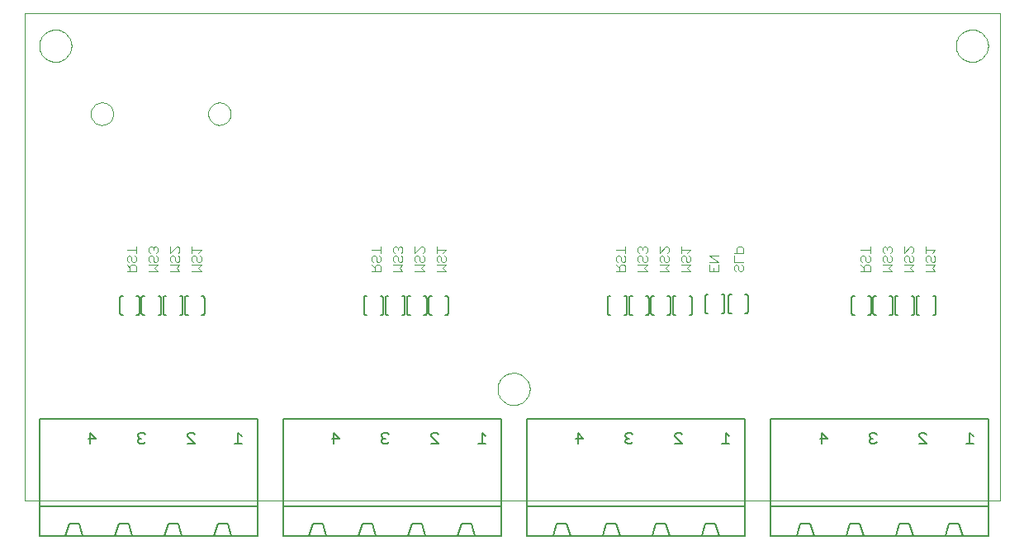
<source format=gbo>
G75*
G70*
%OFA0B0*%
%FSLAX24Y24*%
%IPPOS*%
%LPD*%
%AMOC8*
5,1,8,0,0,1.08239X$1,22.5*
%
%ADD10C,0.0000*%
%ADD11C,0.0030*%
%ADD12C,0.0080*%
%ADD13C,0.0060*%
%ADD14C,0.0050*%
D10*
X002640Y008640D02*
X002640Y028325D01*
X042010Y028325D01*
X042010Y008640D01*
X002640Y008640D01*
X021740Y013140D02*
X021742Y013190D01*
X021748Y013240D01*
X021758Y013290D01*
X021771Y013338D01*
X021788Y013386D01*
X021809Y013432D01*
X021833Y013476D01*
X021861Y013518D01*
X021892Y013558D01*
X021926Y013595D01*
X021963Y013630D01*
X022002Y013661D01*
X022043Y013690D01*
X022087Y013715D01*
X022133Y013737D01*
X022180Y013755D01*
X022228Y013769D01*
X022277Y013780D01*
X022327Y013787D01*
X022377Y013790D01*
X022428Y013789D01*
X022478Y013784D01*
X022528Y013775D01*
X022576Y013763D01*
X022624Y013746D01*
X022670Y013726D01*
X022715Y013703D01*
X022758Y013676D01*
X022798Y013646D01*
X022836Y013613D01*
X022871Y013577D01*
X022904Y013538D01*
X022933Y013497D01*
X022959Y013454D01*
X022982Y013409D01*
X023001Y013362D01*
X023016Y013314D01*
X023028Y013265D01*
X023036Y013215D01*
X023040Y013165D01*
X023040Y013115D01*
X023036Y013065D01*
X023028Y013015D01*
X023016Y012966D01*
X023001Y012918D01*
X022982Y012871D01*
X022959Y012826D01*
X022933Y012783D01*
X022904Y012742D01*
X022871Y012703D01*
X022836Y012667D01*
X022798Y012634D01*
X022758Y012604D01*
X022715Y012577D01*
X022670Y012554D01*
X022624Y012534D01*
X022576Y012517D01*
X022528Y012505D01*
X022478Y012496D01*
X022428Y012491D01*
X022377Y012490D01*
X022327Y012493D01*
X022277Y012500D01*
X022228Y012511D01*
X022180Y012525D01*
X022133Y012543D01*
X022087Y012565D01*
X022043Y012590D01*
X022002Y012619D01*
X021963Y012650D01*
X021926Y012685D01*
X021892Y012722D01*
X021861Y012762D01*
X021833Y012804D01*
X021809Y012848D01*
X021788Y012894D01*
X021771Y012942D01*
X021758Y012990D01*
X021748Y013040D01*
X021742Y013090D01*
X021740Y013140D01*
X010057Y024265D02*
X010059Y024307D01*
X010065Y024349D01*
X010075Y024391D01*
X010088Y024431D01*
X010106Y024470D01*
X010127Y024507D01*
X010151Y024541D01*
X010179Y024574D01*
X010209Y024604D01*
X010242Y024630D01*
X010277Y024654D01*
X010315Y024674D01*
X010354Y024690D01*
X010394Y024703D01*
X010436Y024712D01*
X010478Y024717D01*
X010521Y024718D01*
X010563Y024715D01*
X010605Y024708D01*
X010646Y024697D01*
X010686Y024682D01*
X010724Y024664D01*
X010761Y024642D01*
X010795Y024617D01*
X010827Y024589D01*
X010855Y024558D01*
X010881Y024524D01*
X010904Y024488D01*
X010923Y024451D01*
X010939Y024411D01*
X010951Y024370D01*
X010959Y024329D01*
X010963Y024286D01*
X010963Y024244D01*
X010959Y024201D01*
X010951Y024160D01*
X010939Y024119D01*
X010923Y024079D01*
X010904Y024042D01*
X010881Y024006D01*
X010855Y023972D01*
X010827Y023941D01*
X010795Y023913D01*
X010761Y023888D01*
X010724Y023866D01*
X010686Y023848D01*
X010646Y023833D01*
X010605Y023822D01*
X010563Y023815D01*
X010521Y023812D01*
X010478Y023813D01*
X010436Y023818D01*
X010394Y023827D01*
X010354Y023840D01*
X010315Y023856D01*
X010277Y023876D01*
X010242Y023900D01*
X010209Y023926D01*
X010179Y023956D01*
X010151Y023989D01*
X010127Y024023D01*
X010106Y024060D01*
X010088Y024099D01*
X010075Y024139D01*
X010065Y024181D01*
X010059Y024223D01*
X010057Y024265D01*
X005317Y024265D02*
X005319Y024307D01*
X005325Y024349D01*
X005335Y024391D01*
X005348Y024431D01*
X005366Y024470D01*
X005387Y024507D01*
X005411Y024541D01*
X005439Y024574D01*
X005469Y024604D01*
X005502Y024630D01*
X005537Y024654D01*
X005575Y024674D01*
X005614Y024690D01*
X005654Y024703D01*
X005696Y024712D01*
X005738Y024717D01*
X005781Y024718D01*
X005823Y024715D01*
X005865Y024708D01*
X005906Y024697D01*
X005946Y024682D01*
X005984Y024664D01*
X006021Y024642D01*
X006055Y024617D01*
X006087Y024589D01*
X006115Y024558D01*
X006141Y024524D01*
X006164Y024488D01*
X006183Y024451D01*
X006199Y024411D01*
X006211Y024370D01*
X006219Y024329D01*
X006223Y024286D01*
X006223Y024244D01*
X006219Y024201D01*
X006211Y024160D01*
X006199Y024119D01*
X006183Y024079D01*
X006164Y024042D01*
X006141Y024006D01*
X006115Y023972D01*
X006087Y023941D01*
X006055Y023913D01*
X006021Y023888D01*
X005984Y023866D01*
X005946Y023848D01*
X005906Y023833D01*
X005865Y023822D01*
X005823Y023815D01*
X005781Y023812D01*
X005738Y023813D01*
X005696Y023818D01*
X005654Y023827D01*
X005614Y023840D01*
X005575Y023856D01*
X005537Y023876D01*
X005502Y023900D01*
X005469Y023926D01*
X005439Y023956D01*
X005411Y023989D01*
X005387Y024023D01*
X005366Y024060D01*
X005348Y024099D01*
X005335Y024139D01*
X005325Y024181D01*
X005319Y024223D01*
X005317Y024265D01*
X003240Y027015D02*
X003242Y027065D01*
X003248Y027115D01*
X003258Y027165D01*
X003271Y027213D01*
X003288Y027261D01*
X003309Y027307D01*
X003333Y027351D01*
X003361Y027393D01*
X003392Y027433D01*
X003426Y027470D01*
X003463Y027505D01*
X003502Y027536D01*
X003543Y027565D01*
X003587Y027590D01*
X003633Y027612D01*
X003680Y027630D01*
X003728Y027644D01*
X003777Y027655D01*
X003827Y027662D01*
X003877Y027665D01*
X003928Y027664D01*
X003978Y027659D01*
X004028Y027650D01*
X004076Y027638D01*
X004124Y027621D01*
X004170Y027601D01*
X004215Y027578D01*
X004258Y027551D01*
X004298Y027521D01*
X004336Y027488D01*
X004371Y027452D01*
X004404Y027413D01*
X004433Y027372D01*
X004459Y027329D01*
X004482Y027284D01*
X004501Y027237D01*
X004516Y027189D01*
X004528Y027140D01*
X004536Y027090D01*
X004540Y027040D01*
X004540Y026990D01*
X004536Y026940D01*
X004528Y026890D01*
X004516Y026841D01*
X004501Y026793D01*
X004482Y026746D01*
X004459Y026701D01*
X004433Y026658D01*
X004404Y026617D01*
X004371Y026578D01*
X004336Y026542D01*
X004298Y026509D01*
X004258Y026479D01*
X004215Y026452D01*
X004170Y026429D01*
X004124Y026409D01*
X004076Y026392D01*
X004028Y026380D01*
X003978Y026371D01*
X003928Y026366D01*
X003877Y026365D01*
X003827Y026368D01*
X003777Y026375D01*
X003728Y026386D01*
X003680Y026400D01*
X003633Y026418D01*
X003587Y026440D01*
X003543Y026465D01*
X003502Y026494D01*
X003463Y026525D01*
X003426Y026560D01*
X003392Y026597D01*
X003361Y026637D01*
X003333Y026679D01*
X003309Y026723D01*
X003288Y026769D01*
X003271Y026817D01*
X003258Y026865D01*
X003248Y026915D01*
X003242Y026965D01*
X003240Y027015D01*
X040240Y027015D02*
X040242Y027065D01*
X040248Y027115D01*
X040258Y027165D01*
X040271Y027213D01*
X040288Y027261D01*
X040309Y027307D01*
X040333Y027351D01*
X040361Y027393D01*
X040392Y027433D01*
X040426Y027470D01*
X040463Y027505D01*
X040502Y027536D01*
X040543Y027565D01*
X040587Y027590D01*
X040633Y027612D01*
X040680Y027630D01*
X040728Y027644D01*
X040777Y027655D01*
X040827Y027662D01*
X040877Y027665D01*
X040928Y027664D01*
X040978Y027659D01*
X041028Y027650D01*
X041076Y027638D01*
X041124Y027621D01*
X041170Y027601D01*
X041215Y027578D01*
X041258Y027551D01*
X041298Y027521D01*
X041336Y027488D01*
X041371Y027452D01*
X041404Y027413D01*
X041433Y027372D01*
X041459Y027329D01*
X041482Y027284D01*
X041501Y027237D01*
X041516Y027189D01*
X041528Y027140D01*
X041536Y027090D01*
X041540Y027040D01*
X041540Y026990D01*
X041536Y026940D01*
X041528Y026890D01*
X041516Y026841D01*
X041501Y026793D01*
X041482Y026746D01*
X041459Y026701D01*
X041433Y026658D01*
X041404Y026617D01*
X041371Y026578D01*
X041336Y026542D01*
X041298Y026509D01*
X041258Y026479D01*
X041215Y026452D01*
X041170Y026429D01*
X041124Y026409D01*
X041076Y026392D01*
X041028Y026380D01*
X040978Y026371D01*
X040928Y026366D01*
X040877Y026365D01*
X040827Y026368D01*
X040777Y026375D01*
X040728Y026386D01*
X040680Y026400D01*
X040633Y026418D01*
X040587Y026440D01*
X040543Y026465D01*
X040502Y026494D01*
X040463Y026525D01*
X040426Y026560D01*
X040392Y026597D01*
X040361Y026637D01*
X040333Y026679D01*
X040309Y026723D01*
X040288Y026769D01*
X040271Y026817D01*
X040258Y026865D01*
X040248Y026915D01*
X040242Y026965D01*
X040240Y027015D01*
D11*
X039030Y018889D02*
X039030Y018642D01*
X039030Y018765D02*
X039400Y018765D01*
X039277Y018642D01*
X039339Y018520D02*
X039400Y018458D01*
X039400Y018335D01*
X039339Y018273D01*
X039277Y018273D01*
X039215Y018335D01*
X039215Y018458D01*
X039153Y018520D01*
X039092Y018520D01*
X039030Y018458D01*
X039030Y018335D01*
X039092Y018273D01*
X039030Y018152D02*
X039400Y018152D01*
X039277Y018028D01*
X039400Y017905D01*
X039030Y017905D01*
X038525Y017905D02*
X038402Y018028D01*
X038525Y018152D01*
X038155Y018152D01*
X038217Y018273D02*
X038155Y018335D01*
X038155Y018458D01*
X038217Y018520D01*
X038278Y018520D01*
X038340Y018458D01*
X038340Y018335D01*
X038402Y018273D01*
X038464Y018273D01*
X038525Y018335D01*
X038525Y018458D01*
X038464Y018520D01*
X038464Y018642D02*
X038525Y018703D01*
X038525Y018827D01*
X038464Y018889D01*
X038402Y018889D01*
X038155Y018642D01*
X038155Y018889D01*
X037650Y018827D02*
X037650Y018703D01*
X037589Y018642D01*
X037589Y018520D02*
X037650Y018458D01*
X037650Y018335D01*
X037589Y018273D01*
X037527Y018273D01*
X037465Y018335D01*
X037465Y018458D01*
X037403Y018520D01*
X037342Y018520D01*
X037280Y018458D01*
X037280Y018335D01*
X037342Y018273D01*
X037280Y018152D02*
X037650Y018152D01*
X037527Y018028D01*
X037650Y017905D01*
X037280Y017905D01*
X036775Y017905D02*
X036775Y018090D01*
X036714Y018152D01*
X036590Y018152D01*
X036528Y018090D01*
X036528Y017905D01*
X036405Y017905D02*
X036775Y017905D01*
X036528Y018028D02*
X036405Y018152D01*
X036467Y018273D02*
X036405Y018335D01*
X036405Y018458D01*
X036467Y018520D01*
X036528Y018520D01*
X036590Y018458D01*
X036590Y018335D01*
X036652Y018273D01*
X036714Y018273D01*
X036775Y018335D01*
X036775Y018458D01*
X036714Y018520D01*
X036775Y018642D02*
X036775Y018889D01*
X036775Y018765D02*
X036405Y018765D01*
X037280Y018703D02*
X037342Y018642D01*
X037280Y018703D02*
X037280Y018827D01*
X037342Y018889D01*
X037403Y018889D01*
X037465Y018827D01*
X037465Y018765D01*
X037465Y018827D02*
X037527Y018889D01*
X037589Y018889D01*
X037650Y018827D01*
X038155Y017905D02*
X038525Y017905D01*
X031650Y017967D02*
X031589Y017905D01*
X031527Y017905D01*
X031465Y017967D01*
X031465Y018090D01*
X031403Y018152D01*
X031342Y018152D01*
X031280Y018090D01*
X031280Y017967D01*
X031342Y017905D01*
X031650Y017967D02*
X031650Y018090D01*
X031589Y018152D01*
X031650Y018273D02*
X031280Y018273D01*
X031280Y018520D01*
X031280Y018642D02*
X031650Y018642D01*
X031650Y018827D01*
X031589Y018889D01*
X031465Y018889D01*
X031403Y018827D01*
X031403Y018642D01*
X030650Y018520D02*
X030280Y018520D01*
X030650Y018273D01*
X030280Y018273D01*
X030280Y018152D02*
X030280Y017905D01*
X030650Y017905D01*
X030650Y018152D01*
X030465Y018028D02*
X030465Y017905D01*
X029525Y017905D02*
X029402Y018028D01*
X029525Y018152D01*
X029155Y018152D01*
X029217Y018273D02*
X029155Y018335D01*
X029155Y018458D01*
X029217Y018520D01*
X029278Y018520D01*
X029340Y018458D01*
X029340Y018335D01*
X029402Y018273D01*
X029464Y018273D01*
X029525Y018335D01*
X029525Y018458D01*
X029464Y018520D01*
X029402Y018642D02*
X029525Y018765D01*
X029155Y018765D01*
X029155Y018642D02*
X029155Y018889D01*
X028650Y018827D02*
X028650Y018703D01*
X028589Y018642D01*
X028589Y018520D02*
X028650Y018458D01*
X028650Y018335D01*
X028589Y018273D01*
X028527Y018273D01*
X028465Y018335D01*
X028465Y018458D01*
X028403Y018520D01*
X028342Y018520D01*
X028280Y018458D01*
X028280Y018335D01*
X028342Y018273D01*
X028280Y018152D02*
X028650Y018152D01*
X028527Y018028D01*
X028650Y017905D01*
X028280Y017905D01*
X027775Y017905D02*
X027652Y018028D01*
X027775Y018152D01*
X027405Y018152D01*
X027467Y018273D02*
X027405Y018335D01*
X027405Y018458D01*
X027467Y018520D01*
X027528Y018520D01*
X027590Y018458D01*
X027590Y018335D01*
X027652Y018273D01*
X027714Y018273D01*
X027775Y018335D01*
X027775Y018458D01*
X027714Y018520D01*
X027714Y018642D02*
X027775Y018703D01*
X027775Y018827D01*
X027714Y018889D01*
X027652Y018889D01*
X027590Y018827D01*
X027528Y018889D01*
X027467Y018889D01*
X027405Y018827D01*
X027405Y018703D01*
X027467Y018642D01*
X027590Y018765D02*
X027590Y018827D01*
X026900Y018889D02*
X026900Y018642D01*
X026900Y018765D02*
X026530Y018765D01*
X026592Y018520D02*
X026530Y018458D01*
X026530Y018335D01*
X026592Y018273D01*
X026530Y018152D02*
X026653Y018028D01*
X026653Y018090D02*
X026653Y017905D01*
X026530Y017905D02*
X026900Y017905D01*
X026900Y018090D01*
X026839Y018152D01*
X026715Y018152D01*
X026653Y018090D01*
X026777Y018273D02*
X026715Y018335D01*
X026715Y018458D01*
X026653Y018520D01*
X026592Y018520D01*
X026839Y018520D02*
X026900Y018458D01*
X026900Y018335D01*
X026839Y018273D01*
X026777Y018273D01*
X027405Y017905D02*
X027775Y017905D01*
X028280Y018642D02*
X028527Y018889D01*
X028589Y018889D01*
X028650Y018827D01*
X028280Y018889D02*
X028280Y018642D01*
X029155Y017905D02*
X029525Y017905D01*
X019650Y017905D02*
X019527Y018028D01*
X019650Y018152D01*
X019280Y018152D01*
X019342Y018273D02*
X019280Y018335D01*
X019280Y018458D01*
X019342Y018520D01*
X019403Y018520D01*
X019465Y018458D01*
X019465Y018335D01*
X019527Y018273D01*
X019589Y018273D01*
X019650Y018335D01*
X019650Y018458D01*
X019589Y018520D01*
X019527Y018642D02*
X019650Y018765D01*
X019280Y018765D01*
X019280Y018642D02*
X019280Y018889D01*
X018775Y018827D02*
X018775Y018703D01*
X018714Y018642D01*
X018714Y018520D02*
X018775Y018458D01*
X018775Y018335D01*
X018714Y018273D01*
X018652Y018273D01*
X018590Y018335D01*
X018590Y018458D01*
X018528Y018520D01*
X018467Y018520D01*
X018405Y018458D01*
X018405Y018335D01*
X018467Y018273D01*
X018405Y018152D02*
X018775Y018152D01*
X018652Y018028D01*
X018775Y017905D01*
X018405Y017905D01*
X017900Y017905D02*
X017777Y018028D01*
X017900Y018152D01*
X017530Y018152D01*
X017592Y018273D02*
X017530Y018335D01*
X017530Y018458D01*
X017592Y018520D01*
X017653Y018520D01*
X017715Y018458D01*
X017715Y018335D01*
X017777Y018273D01*
X017839Y018273D01*
X017900Y018335D01*
X017900Y018458D01*
X017839Y018520D01*
X017839Y018642D02*
X017900Y018703D01*
X017900Y018827D01*
X017839Y018889D01*
X017777Y018889D01*
X017715Y018827D01*
X017653Y018889D01*
X017592Y018889D01*
X017530Y018827D01*
X017530Y018703D01*
X017592Y018642D01*
X017715Y018765D02*
X017715Y018827D01*
X018405Y018889D02*
X018405Y018642D01*
X018652Y018889D01*
X018714Y018889D01*
X018775Y018827D01*
X019280Y017905D02*
X019650Y017905D01*
X017900Y017905D02*
X017530Y017905D01*
X017025Y017905D02*
X017025Y018090D01*
X016964Y018152D01*
X016840Y018152D01*
X016778Y018090D01*
X016778Y017905D01*
X016655Y017905D02*
X017025Y017905D01*
X016778Y018028D02*
X016655Y018152D01*
X016717Y018273D02*
X016655Y018335D01*
X016655Y018458D01*
X016717Y018520D01*
X016778Y018520D01*
X016840Y018458D01*
X016840Y018335D01*
X016902Y018273D01*
X016964Y018273D01*
X017025Y018335D01*
X017025Y018458D01*
X016964Y018520D01*
X017025Y018642D02*
X017025Y018889D01*
X017025Y018765D02*
X016655Y018765D01*
X009775Y018765D02*
X009405Y018765D01*
X009405Y018642D02*
X009405Y018889D01*
X009652Y018642D02*
X009775Y018765D01*
X009714Y018520D02*
X009775Y018458D01*
X009775Y018335D01*
X009714Y018273D01*
X009652Y018273D01*
X009590Y018335D01*
X009590Y018458D01*
X009528Y018520D01*
X009467Y018520D01*
X009405Y018458D01*
X009405Y018335D01*
X009467Y018273D01*
X009405Y018152D02*
X009775Y018152D01*
X009652Y018028D01*
X009775Y017905D01*
X009405Y017905D01*
X008900Y017905D02*
X008777Y018028D01*
X008900Y018152D01*
X008530Y018152D01*
X008592Y018273D02*
X008530Y018335D01*
X008530Y018458D01*
X008592Y018520D01*
X008653Y018520D01*
X008715Y018458D01*
X008715Y018335D01*
X008777Y018273D01*
X008839Y018273D01*
X008900Y018335D01*
X008900Y018458D01*
X008839Y018520D01*
X008839Y018642D02*
X008900Y018703D01*
X008900Y018827D01*
X008839Y018889D01*
X008777Y018889D01*
X008530Y018642D01*
X008530Y018889D01*
X008025Y018827D02*
X008025Y018703D01*
X007964Y018642D01*
X007964Y018520D02*
X008025Y018458D01*
X008025Y018335D01*
X007964Y018273D01*
X007902Y018273D01*
X007840Y018335D01*
X007840Y018458D01*
X007778Y018520D01*
X007717Y018520D01*
X007655Y018458D01*
X007655Y018335D01*
X007717Y018273D01*
X007655Y018152D02*
X008025Y018152D01*
X007902Y018028D01*
X008025Y017905D01*
X007655Y017905D01*
X007150Y017905D02*
X007150Y018090D01*
X007089Y018152D01*
X006965Y018152D01*
X006903Y018090D01*
X006903Y017905D01*
X006780Y017905D02*
X007150Y017905D01*
X006903Y018028D02*
X006780Y018152D01*
X006842Y018273D02*
X006780Y018335D01*
X006780Y018458D01*
X006842Y018520D01*
X006903Y018520D01*
X006965Y018458D01*
X006965Y018335D01*
X007027Y018273D01*
X007089Y018273D01*
X007150Y018335D01*
X007150Y018458D01*
X007089Y018520D01*
X007150Y018642D02*
X007150Y018889D01*
X007150Y018765D02*
X006780Y018765D01*
X007655Y018703D02*
X007717Y018642D01*
X007655Y018703D02*
X007655Y018827D01*
X007717Y018889D01*
X007778Y018889D01*
X007840Y018827D01*
X007840Y018765D01*
X007840Y018827D02*
X007902Y018889D01*
X007964Y018889D01*
X008025Y018827D01*
X008530Y017905D02*
X008900Y017905D01*
D12*
X009034Y016830D02*
X009034Y016200D01*
X009121Y016200D02*
X009121Y016830D01*
X009122Y016830D02*
X009128Y016848D01*
X009137Y016866D01*
X009149Y016881D01*
X009165Y016893D01*
X009182Y016902D01*
X009201Y016908D01*
X009220Y016910D01*
X009240Y016908D01*
X009033Y016830D02*
X009028Y016846D01*
X009020Y016862D01*
X009010Y016876D01*
X008998Y016888D01*
X008983Y016898D01*
X008967Y016905D01*
X008950Y016909D01*
X008933Y016910D01*
X008915Y016908D01*
X008365Y016908D02*
X008345Y016910D01*
X008326Y016908D01*
X008307Y016902D01*
X008290Y016893D01*
X008274Y016881D01*
X008262Y016866D01*
X008253Y016848D01*
X008247Y016830D01*
X008246Y016830D02*
X008246Y016200D01*
X008159Y016200D02*
X008159Y016830D01*
X008158Y016830D02*
X008153Y016846D01*
X008145Y016862D01*
X008135Y016876D01*
X008123Y016888D01*
X008108Y016898D01*
X008092Y016905D01*
X008075Y016909D01*
X008058Y016910D01*
X008040Y016908D01*
X007490Y016908D02*
X007470Y016910D01*
X007451Y016908D01*
X007432Y016902D01*
X007415Y016893D01*
X007399Y016881D01*
X007387Y016866D01*
X007378Y016848D01*
X007372Y016830D01*
X007371Y016830D02*
X007371Y016200D01*
X007284Y016200D02*
X007284Y016830D01*
X007283Y016830D02*
X007278Y016846D01*
X007270Y016862D01*
X007260Y016876D01*
X007248Y016888D01*
X007233Y016898D01*
X007217Y016905D01*
X007200Y016909D01*
X007183Y016910D01*
X007165Y016908D01*
X006615Y016908D02*
X006595Y016910D01*
X006576Y016908D01*
X006557Y016902D01*
X006540Y016893D01*
X006524Y016881D01*
X006512Y016866D01*
X006503Y016848D01*
X006497Y016830D01*
X006496Y016830D02*
X006496Y016200D01*
X006497Y016200D02*
X006503Y016182D01*
X006512Y016164D01*
X006524Y016149D01*
X006540Y016137D01*
X006557Y016128D01*
X006576Y016122D01*
X006595Y016120D01*
X006615Y016122D01*
X007165Y016122D02*
X007183Y016120D01*
X007200Y016121D01*
X007217Y016125D01*
X007233Y016132D01*
X007248Y016142D01*
X007260Y016154D01*
X007270Y016168D01*
X007278Y016184D01*
X007283Y016200D01*
X007372Y016200D02*
X007378Y016182D01*
X007387Y016164D01*
X007399Y016149D01*
X007415Y016137D01*
X007432Y016128D01*
X007451Y016122D01*
X007470Y016120D01*
X007490Y016122D01*
X008040Y016122D02*
X008058Y016120D01*
X008075Y016121D01*
X008092Y016125D01*
X008108Y016132D01*
X008123Y016142D01*
X008135Y016154D01*
X008145Y016168D01*
X008153Y016184D01*
X008158Y016200D01*
X008247Y016200D02*
X008253Y016182D01*
X008262Y016164D01*
X008274Y016149D01*
X008290Y016137D01*
X008307Y016128D01*
X008326Y016122D01*
X008345Y016120D01*
X008365Y016122D01*
X008915Y016122D02*
X008933Y016120D01*
X008950Y016121D01*
X008967Y016125D01*
X008983Y016132D01*
X008998Y016142D01*
X009010Y016154D01*
X009020Y016168D01*
X009028Y016184D01*
X009033Y016200D01*
X009122Y016200D02*
X009128Y016182D01*
X009137Y016164D01*
X009149Y016149D01*
X009165Y016137D01*
X009182Y016128D01*
X009201Y016122D01*
X009220Y016120D01*
X009240Y016122D01*
X009790Y016122D02*
X009808Y016120D01*
X009825Y016121D01*
X009842Y016125D01*
X009858Y016132D01*
X009873Y016142D01*
X009885Y016154D01*
X009895Y016168D01*
X009903Y016184D01*
X009908Y016200D01*
X009909Y016200D02*
X009909Y016830D01*
X009908Y016830D02*
X009903Y016846D01*
X009895Y016862D01*
X009885Y016876D01*
X009873Y016888D01*
X009858Y016898D01*
X009842Y016905D01*
X009825Y016909D01*
X009808Y016910D01*
X009790Y016908D01*
X016339Y016830D02*
X016339Y016200D01*
X016345Y016182D01*
X016354Y016164D01*
X016366Y016149D01*
X016382Y016137D01*
X016399Y016128D01*
X016418Y016122D01*
X016437Y016120D01*
X016457Y016122D01*
X017008Y016122D02*
X017026Y016120D01*
X017043Y016121D01*
X017060Y016125D01*
X017076Y016132D01*
X017091Y016142D01*
X017103Y016154D01*
X017113Y016168D01*
X017121Y016184D01*
X017126Y016200D01*
X017126Y016830D01*
X017214Y016830D02*
X017214Y016200D01*
X017220Y016182D01*
X017229Y016164D01*
X017241Y016149D01*
X017257Y016137D01*
X017274Y016128D01*
X017293Y016122D01*
X017312Y016120D01*
X017332Y016122D01*
X017883Y016122D02*
X017901Y016120D01*
X017918Y016121D01*
X017935Y016125D01*
X017951Y016132D01*
X017966Y016142D01*
X017978Y016154D01*
X017988Y016168D01*
X017996Y016184D01*
X018001Y016200D01*
X018001Y016830D01*
X018089Y016830D02*
X018089Y016200D01*
X018095Y016182D01*
X018104Y016164D01*
X018116Y016149D01*
X018132Y016137D01*
X018149Y016128D01*
X018168Y016122D01*
X018187Y016120D01*
X018207Y016122D01*
X018758Y016122D02*
X018776Y016120D01*
X018793Y016121D01*
X018810Y016125D01*
X018826Y016132D01*
X018841Y016142D01*
X018853Y016154D01*
X018863Y016168D01*
X018871Y016184D01*
X018876Y016200D01*
X018876Y016830D01*
X018964Y016830D02*
X018964Y016200D01*
X018970Y016182D01*
X018979Y016164D01*
X018991Y016149D01*
X019007Y016137D01*
X019024Y016128D01*
X019043Y016122D01*
X019062Y016120D01*
X019082Y016122D01*
X019633Y016122D02*
X019651Y016120D01*
X019668Y016121D01*
X019685Y016125D01*
X019701Y016132D01*
X019716Y016142D01*
X019728Y016154D01*
X019738Y016168D01*
X019746Y016184D01*
X019751Y016200D01*
X019751Y016830D01*
X019746Y016846D01*
X019738Y016862D01*
X019728Y016876D01*
X019716Y016888D01*
X019701Y016898D01*
X019685Y016905D01*
X019668Y016909D01*
X019651Y016910D01*
X019633Y016908D01*
X019082Y016908D02*
X019062Y016910D01*
X019043Y016908D01*
X019024Y016902D01*
X019007Y016893D01*
X018991Y016881D01*
X018979Y016866D01*
X018970Y016848D01*
X018964Y016830D01*
X018876Y016830D02*
X018871Y016846D01*
X018863Y016862D01*
X018853Y016876D01*
X018841Y016888D01*
X018826Y016898D01*
X018810Y016905D01*
X018793Y016909D01*
X018776Y016910D01*
X018758Y016908D01*
X018207Y016908D02*
X018187Y016910D01*
X018168Y016908D01*
X018149Y016902D01*
X018132Y016893D01*
X018116Y016881D01*
X018104Y016866D01*
X018095Y016848D01*
X018089Y016830D01*
X018001Y016830D02*
X017996Y016846D01*
X017988Y016862D01*
X017978Y016876D01*
X017966Y016888D01*
X017951Y016898D01*
X017935Y016905D01*
X017918Y016909D01*
X017901Y016910D01*
X017883Y016908D01*
X017332Y016908D02*
X017312Y016910D01*
X017293Y016908D01*
X017274Y016902D01*
X017257Y016893D01*
X017241Y016881D01*
X017229Y016866D01*
X017220Y016848D01*
X017214Y016830D01*
X017126Y016830D02*
X017121Y016846D01*
X017113Y016862D01*
X017103Y016876D01*
X017091Y016888D01*
X017076Y016898D01*
X017060Y016905D01*
X017043Y016909D01*
X017026Y016910D01*
X017008Y016908D01*
X016457Y016908D02*
X016437Y016910D01*
X016418Y016908D01*
X016399Y016902D01*
X016382Y016893D01*
X016366Y016881D01*
X016354Y016866D01*
X016345Y016848D01*
X016339Y016830D01*
X026181Y016830D02*
X026181Y016200D01*
X026182Y016200D02*
X026188Y016182D01*
X026197Y016164D01*
X026209Y016149D01*
X026225Y016137D01*
X026242Y016128D01*
X026261Y016122D01*
X026280Y016120D01*
X026300Y016122D01*
X026850Y016122D02*
X026868Y016120D01*
X026885Y016121D01*
X026902Y016125D01*
X026918Y016132D01*
X026933Y016142D01*
X026945Y016154D01*
X026955Y016168D01*
X026963Y016184D01*
X026968Y016200D01*
X026969Y016200D02*
X026969Y016830D01*
X027056Y016830D02*
X027056Y016200D01*
X027057Y016200D02*
X027063Y016182D01*
X027072Y016164D01*
X027084Y016149D01*
X027100Y016137D01*
X027117Y016128D01*
X027136Y016122D01*
X027155Y016120D01*
X027175Y016122D01*
X027725Y016122D02*
X027743Y016120D01*
X027760Y016121D01*
X027777Y016125D01*
X027793Y016132D01*
X027808Y016142D01*
X027820Y016154D01*
X027830Y016168D01*
X027838Y016184D01*
X027843Y016200D01*
X027844Y016200D02*
X027844Y016830D01*
X027931Y016830D02*
X027931Y016200D01*
X027932Y016200D02*
X027938Y016182D01*
X027947Y016164D01*
X027959Y016149D01*
X027975Y016137D01*
X027992Y016128D01*
X028011Y016122D01*
X028030Y016120D01*
X028050Y016122D01*
X028600Y016122D02*
X028618Y016120D01*
X028635Y016121D01*
X028652Y016125D01*
X028668Y016132D01*
X028683Y016142D01*
X028695Y016154D01*
X028705Y016168D01*
X028713Y016184D01*
X028718Y016200D01*
X028719Y016200D02*
X028719Y016830D01*
X028806Y016830D02*
X028806Y016200D01*
X028807Y016200D02*
X028813Y016182D01*
X028822Y016164D01*
X028834Y016149D01*
X028850Y016137D01*
X028867Y016128D01*
X028886Y016122D01*
X028905Y016120D01*
X028925Y016122D01*
X029475Y016122D02*
X029493Y016120D01*
X029510Y016121D01*
X029527Y016125D01*
X029543Y016132D01*
X029558Y016142D01*
X029570Y016154D01*
X029580Y016168D01*
X029588Y016184D01*
X029593Y016200D01*
X029594Y016200D02*
X029594Y016830D01*
X029593Y016830D02*
X029588Y016846D01*
X029580Y016862D01*
X029570Y016876D01*
X029558Y016888D01*
X029543Y016898D01*
X029527Y016905D01*
X029510Y016909D01*
X029493Y016910D01*
X029475Y016908D01*
X030116Y016895D02*
X030116Y016265D01*
X030117Y016265D02*
X030123Y016247D01*
X030132Y016229D01*
X030144Y016214D01*
X030160Y016202D01*
X030177Y016193D01*
X030196Y016187D01*
X030215Y016185D01*
X030235Y016187D01*
X030785Y016187D02*
X030803Y016185D01*
X030820Y016186D01*
X030837Y016190D01*
X030853Y016197D01*
X030868Y016207D01*
X030880Y016219D01*
X030890Y016233D01*
X030898Y016249D01*
X030903Y016265D01*
X030904Y016265D02*
X030904Y016895D01*
X030903Y016895D02*
X030898Y016911D01*
X030890Y016927D01*
X030880Y016941D01*
X030868Y016953D01*
X030853Y016963D01*
X030837Y016970D01*
X030820Y016974D01*
X030803Y016975D01*
X030785Y016973D01*
X031061Y016895D02*
X031061Y016265D01*
X031062Y016265D02*
X031068Y016247D01*
X031077Y016229D01*
X031089Y016214D01*
X031105Y016202D01*
X031122Y016193D01*
X031141Y016187D01*
X031160Y016185D01*
X031180Y016187D01*
X031730Y016187D02*
X031748Y016185D01*
X031765Y016186D01*
X031782Y016190D01*
X031798Y016197D01*
X031813Y016207D01*
X031825Y016219D01*
X031835Y016233D01*
X031843Y016249D01*
X031848Y016265D01*
X031849Y016265D02*
X031849Y016895D01*
X031848Y016895D02*
X031843Y016911D01*
X031835Y016927D01*
X031825Y016941D01*
X031813Y016953D01*
X031798Y016963D01*
X031782Y016970D01*
X031765Y016974D01*
X031748Y016975D01*
X031730Y016973D01*
X031180Y016973D02*
X031160Y016975D01*
X031141Y016973D01*
X031122Y016967D01*
X031105Y016958D01*
X031089Y016946D01*
X031077Y016931D01*
X031068Y016913D01*
X031062Y016895D01*
X030235Y016973D02*
X030215Y016975D01*
X030196Y016973D01*
X030177Y016967D01*
X030160Y016958D01*
X030144Y016946D01*
X030132Y016931D01*
X030123Y016913D01*
X030117Y016895D01*
X028925Y016908D02*
X028905Y016910D01*
X028886Y016908D01*
X028867Y016902D01*
X028850Y016893D01*
X028834Y016881D01*
X028822Y016866D01*
X028813Y016848D01*
X028807Y016830D01*
X028718Y016830D02*
X028713Y016846D01*
X028705Y016862D01*
X028695Y016876D01*
X028683Y016888D01*
X028668Y016898D01*
X028652Y016905D01*
X028635Y016909D01*
X028618Y016910D01*
X028600Y016908D01*
X028050Y016908D02*
X028030Y016910D01*
X028011Y016908D01*
X027992Y016902D01*
X027975Y016893D01*
X027959Y016881D01*
X027947Y016866D01*
X027938Y016848D01*
X027932Y016830D01*
X027843Y016830D02*
X027838Y016846D01*
X027830Y016862D01*
X027820Y016876D01*
X027808Y016888D01*
X027793Y016898D01*
X027777Y016905D01*
X027760Y016909D01*
X027743Y016910D01*
X027725Y016908D01*
X027175Y016908D02*
X027155Y016910D01*
X027136Y016908D01*
X027117Y016902D01*
X027100Y016893D01*
X027084Y016881D01*
X027072Y016866D01*
X027063Y016848D01*
X027057Y016830D01*
X026968Y016830D02*
X026963Y016846D01*
X026955Y016862D01*
X026945Y016876D01*
X026933Y016888D01*
X026918Y016898D01*
X026902Y016905D01*
X026885Y016909D01*
X026868Y016910D01*
X026850Y016908D01*
X026300Y016908D02*
X026280Y016910D01*
X026261Y016908D01*
X026242Y016902D01*
X026225Y016893D01*
X026209Y016881D01*
X026197Y016866D01*
X026188Y016848D01*
X026182Y016830D01*
X036024Y016830D02*
X036024Y016200D01*
X036030Y016182D01*
X036039Y016164D01*
X036051Y016149D01*
X036067Y016137D01*
X036084Y016128D01*
X036103Y016122D01*
X036122Y016120D01*
X036142Y016122D01*
X036693Y016122D02*
X036711Y016120D01*
X036728Y016121D01*
X036745Y016125D01*
X036761Y016132D01*
X036776Y016142D01*
X036788Y016154D01*
X036798Y016168D01*
X036806Y016184D01*
X036811Y016200D01*
X036811Y016830D01*
X036899Y016830D02*
X036899Y016200D01*
X036905Y016182D01*
X036914Y016164D01*
X036926Y016149D01*
X036942Y016137D01*
X036959Y016128D01*
X036978Y016122D01*
X036997Y016120D01*
X037017Y016122D01*
X037568Y016122D02*
X037586Y016120D01*
X037603Y016121D01*
X037620Y016125D01*
X037636Y016132D01*
X037651Y016142D01*
X037663Y016154D01*
X037673Y016168D01*
X037681Y016184D01*
X037686Y016200D01*
X037686Y016830D01*
X037774Y016830D02*
X037774Y016200D01*
X037780Y016182D01*
X037789Y016164D01*
X037801Y016149D01*
X037817Y016137D01*
X037834Y016128D01*
X037853Y016122D01*
X037872Y016120D01*
X037892Y016122D01*
X038443Y016122D02*
X038461Y016120D01*
X038478Y016121D01*
X038495Y016125D01*
X038511Y016132D01*
X038526Y016142D01*
X038538Y016154D01*
X038548Y016168D01*
X038556Y016184D01*
X038561Y016200D01*
X038561Y016830D01*
X038649Y016830D02*
X038649Y016200D01*
X038655Y016182D01*
X038664Y016164D01*
X038676Y016149D01*
X038692Y016137D01*
X038709Y016128D01*
X038728Y016122D01*
X038747Y016120D01*
X038767Y016122D01*
X039318Y016122D02*
X039336Y016120D01*
X039353Y016121D01*
X039370Y016125D01*
X039386Y016132D01*
X039401Y016142D01*
X039413Y016154D01*
X039423Y016168D01*
X039431Y016184D01*
X039436Y016200D01*
X039436Y016830D01*
X039431Y016846D01*
X039423Y016862D01*
X039413Y016876D01*
X039401Y016888D01*
X039386Y016898D01*
X039370Y016905D01*
X039353Y016909D01*
X039336Y016910D01*
X039318Y016908D01*
X038767Y016908D02*
X038747Y016910D01*
X038728Y016908D01*
X038709Y016902D01*
X038692Y016893D01*
X038676Y016881D01*
X038664Y016866D01*
X038655Y016848D01*
X038649Y016830D01*
X038561Y016830D02*
X038556Y016846D01*
X038548Y016862D01*
X038538Y016876D01*
X038526Y016888D01*
X038511Y016898D01*
X038495Y016905D01*
X038478Y016909D01*
X038461Y016910D01*
X038443Y016908D01*
X037892Y016908D02*
X037872Y016910D01*
X037853Y016908D01*
X037834Y016902D01*
X037817Y016893D01*
X037801Y016881D01*
X037789Y016866D01*
X037780Y016848D01*
X037774Y016830D01*
X037686Y016830D02*
X037681Y016846D01*
X037673Y016862D01*
X037663Y016876D01*
X037651Y016888D01*
X037636Y016898D01*
X037620Y016905D01*
X037603Y016909D01*
X037586Y016910D01*
X037568Y016908D01*
X037017Y016908D02*
X036997Y016910D01*
X036978Y016908D01*
X036959Y016902D01*
X036942Y016893D01*
X036926Y016881D01*
X036914Y016866D01*
X036905Y016848D01*
X036899Y016830D01*
X036811Y016830D02*
X036806Y016846D01*
X036798Y016862D01*
X036788Y016876D01*
X036776Y016888D01*
X036761Y016898D01*
X036745Y016905D01*
X036728Y016909D01*
X036711Y016910D01*
X036693Y016908D01*
X036142Y016908D02*
X036122Y016910D01*
X036103Y016908D01*
X036084Y016902D01*
X036067Y016893D01*
X036051Y016881D01*
X036039Y016866D01*
X036030Y016848D01*
X036024Y016830D01*
D13*
X004290Y007190D02*
X003240Y007190D01*
X003240Y008390D01*
X003240Y011940D01*
X004390Y011940D01*
X004890Y011940D01*
X006390Y011940D01*
X006890Y011940D01*
X008390Y011940D01*
X008890Y011940D01*
X010390Y011940D01*
X010890Y011940D01*
X012040Y011940D01*
X012040Y008390D01*
X012040Y007190D01*
X010990Y007190D01*
X010290Y007190D01*
X008990Y007190D01*
X008290Y007190D01*
X006990Y007190D01*
X006840Y007690D01*
X006440Y007690D01*
X006290Y007190D01*
X004990Y007190D01*
X004840Y007690D01*
X004440Y007690D01*
X004290Y007190D01*
X004990Y007190D01*
X006290Y007190D02*
X006990Y007190D01*
X008290Y007190D02*
X008440Y007690D01*
X008840Y007690D01*
X008990Y007190D01*
X010290Y007190D02*
X010440Y007690D01*
X010840Y007690D01*
X010990Y007190D01*
X012040Y008390D02*
X003240Y008390D01*
X013083Y008390D02*
X013083Y007190D01*
X014133Y007190D01*
X014283Y007690D01*
X014683Y007690D01*
X014833Y007190D01*
X014133Y007190D01*
X014833Y007190D02*
X016133Y007190D01*
X016283Y007690D01*
X016683Y007690D01*
X016833Y007190D01*
X016133Y007190D01*
X016833Y007190D02*
X018133Y007190D01*
X018833Y007190D01*
X018683Y007690D01*
X018283Y007690D01*
X018133Y007190D01*
X018833Y007190D02*
X020133Y007190D01*
X020833Y007190D01*
X020683Y007690D01*
X020283Y007690D01*
X020133Y007190D01*
X020833Y007190D02*
X021883Y007190D01*
X021883Y008390D01*
X013083Y008390D01*
X013083Y011940D01*
X014233Y011940D01*
X014733Y011940D01*
X016233Y011940D01*
X016733Y011940D01*
X018233Y011940D01*
X018733Y011940D01*
X020233Y011940D01*
X020733Y011940D01*
X021883Y011940D01*
X021883Y008390D01*
X022925Y008390D02*
X022925Y007190D01*
X023975Y007190D01*
X024125Y007690D01*
X024525Y007690D01*
X024675Y007190D01*
X023975Y007190D01*
X024675Y007190D02*
X025975Y007190D01*
X026125Y007690D01*
X026525Y007690D01*
X026675Y007190D01*
X025975Y007190D01*
X026675Y007190D02*
X027975Y007190D01*
X028675Y007190D01*
X028525Y007690D01*
X028125Y007690D01*
X027975Y007190D01*
X028675Y007190D02*
X029975Y007190D01*
X030675Y007190D01*
X030525Y007690D01*
X030125Y007690D01*
X029975Y007190D01*
X030675Y007190D02*
X031725Y007190D01*
X031725Y008390D01*
X022925Y008390D01*
X022925Y011940D01*
X024075Y011940D01*
X024575Y011940D01*
X026075Y011940D01*
X026575Y011940D01*
X028075Y011940D01*
X028575Y011940D01*
X030075Y011940D01*
X030575Y011940D01*
X031725Y011940D01*
X031725Y008390D01*
X032768Y008390D02*
X032768Y007190D01*
X033818Y007190D01*
X033968Y007690D01*
X034368Y007690D01*
X034518Y007190D01*
X033818Y007190D01*
X034518Y007190D02*
X035818Y007190D01*
X035968Y007690D01*
X036368Y007690D01*
X036518Y007190D01*
X035818Y007190D01*
X036518Y007190D02*
X037818Y007190D01*
X038518Y007190D01*
X038368Y007690D01*
X037968Y007690D01*
X037818Y007190D01*
X038518Y007190D02*
X039818Y007190D01*
X040518Y007190D01*
X040368Y007690D01*
X039968Y007690D01*
X039818Y007190D01*
X040518Y007190D02*
X041568Y007190D01*
X041568Y008390D01*
X032768Y008390D01*
X032768Y011940D01*
X033918Y011940D01*
X034418Y011940D01*
X035918Y011940D01*
X036418Y011940D01*
X037918Y011940D01*
X038418Y011940D01*
X039918Y011940D01*
X040418Y011940D01*
X041568Y011940D01*
X041568Y008390D01*
D14*
X040943Y010915D02*
X040642Y010915D01*
X040792Y010915D02*
X040792Y011365D01*
X040943Y011215D01*
X039043Y011290D02*
X038967Y011365D01*
X038817Y011365D01*
X038742Y011290D01*
X038742Y011215D01*
X039043Y010915D01*
X038742Y010915D01*
X037043Y010990D02*
X036967Y010915D01*
X036817Y010915D01*
X036742Y010990D01*
X036742Y011065D01*
X036817Y011140D01*
X036892Y011140D01*
X036817Y011140D02*
X036742Y011215D01*
X036742Y011290D01*
X036817Y011365D01*
X036967Y011365D01*
X037043Y011290D01*
X035043Y011140D02*
X034742Y011140D01*
X034817Y010915D02*
X034817Y011365D01*
X035043Y011140D01*
X031100Y011215D02*
X030950Y011365D01*
X030950Y010915D01*
X031100Y010915D02*
X030800Y010915D01*
X029200Y010915D02*
X028900Y011215D01*
X028900Y011290D01*
X028975Y011365D01*
X029125Y011365D01*
X029200Y011290D01*
X029200Y010915D02*
X028900Y010915D01*
X027200Y010990D02*
X027125Y010915D01*
X026975Y010915D01*
X026900Y010990D01*
X026900Y011065D01*
X026975Y011140D01*
X027050Y011140D01*
X026975Y011140D02*
X026900Y011215D01*
X026900Y011290D01*
X026975Y011365D01*
X027125Y011365D01*
X027200Y011290D01*
X025200Y011140D02*
X024900Y011140D01*
X024975Y010915D02*
X024975Y011365D01*
X025200Y011140D01*
X021258Y011215D02*
X021107Y011365D01*
X021107Y010915D01*
X020957Y010915D02*
X021258Y010915D01*
X019358Y010915D02*
X019057Y011215D01*
X019057Y011290D01*
X019132Y011365D01*
X019282Y011365D01*
X019358Y011290D01*
X019358Y010915D02*
X019057Y010915D01*
X017358Y010990D02*
X017282Y010915D01*
X017132Y010915D01*
X017057Y010990D01*
X017057Y011065D01*
X017132Y011140D01*
X017207Y011140D01*
X017132Y011140D02*
X017057Y011215D01*
X017057Y011290D01*
X017132Y011365D01*
X017282Y011365D01*
X017358Y011290D01*
X015358Y011140D02*
X015057Y011140D01*
X015132Y010915D02*
X015132Y011365D01*
X015358Y011140D01*
X011415Y011215D02*
X011265Y011365D01*
X011265Y010915D01*
X011415Y010915D02*
X011115Y010915D01*
X009515Y010915D02*
X009215Y011215D01*
X009215Y011290D01*
X009290Y011365D01*
X009440Y011365D01*
X009515Y011290D01*
X009515Y010915D02*
X009215Y010915D01*
X007515Y010990D02*
X007440Y010915D01*
X007290Y010915D01*
X007215Y010990D01*
X007215Y011065D01*
X007290Y011140D01*
X007365Y011140D01*
X007290Y011140D02*
X007215Y011215D01*
X007215Y011290D01*
X007290Y011365D01*
X007440Y011365D01*
X007515Y011290D01*
X005515Y011140D02*
X005215Y011140D01*
X005290Y010915D02*
X005290Y011365D01*
X005515Y011140D01*
M02*

</source>
